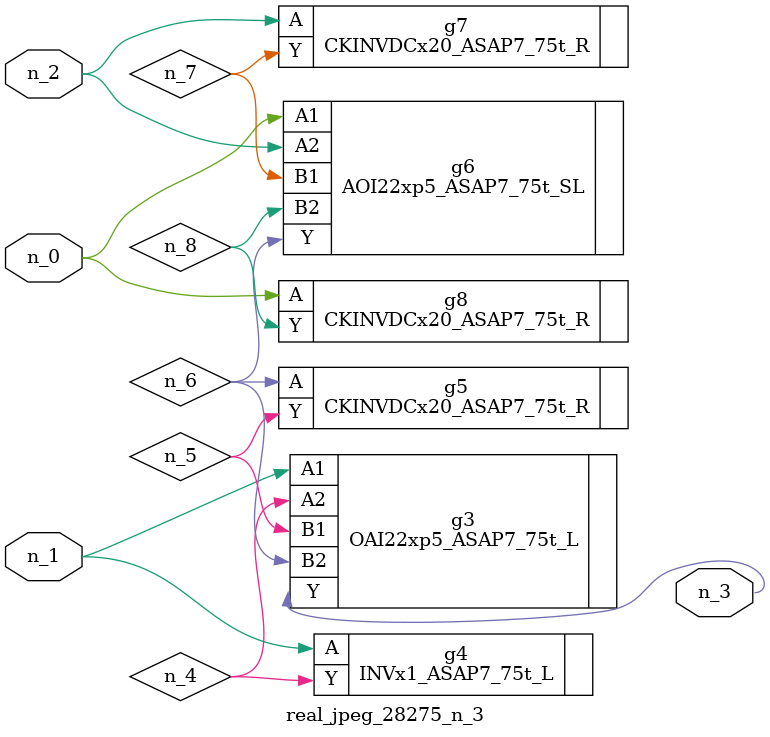
<source format=v>
module real_jpeg_28275_n_3 (n_1, n_0, n_2, n_3);

input n_1;
input n_0;
input n_2;

output n_3;

wire n_5;
wire n_8;
wire n_4;
wire n_6;
wire n_7;

AOI22xp5_ASAP7_75t_SL g6 ( 
.A1(n_0),
.A2(n_2),
.B1(n_7),
.B2(n_8),
.Y(n_6)
);

CKINVDCx20_ASAP7_75t_R g8 ( 
.A(n_0),
.Y(n_8)
);

OAI22xp5_ASAP7_75t_L g3 ( 
.A1(n_1),
.A2(n_4),
.B1(n_5),
.B2(n_6),
.Y(n_3)
);

INVx1_ASAP7_75t_L g4 ( 
.A(n_1),
.Y(n_4)
);

CKINVDCx20_ASAP7_75t_R g7 ( 
.A(n_2),
.Y(n_7)
);

CKINVDCx20_ASAP7_75t_R g5 ( 
.A(n_6),
.Y(n_5)
);


endmodule
</source>
